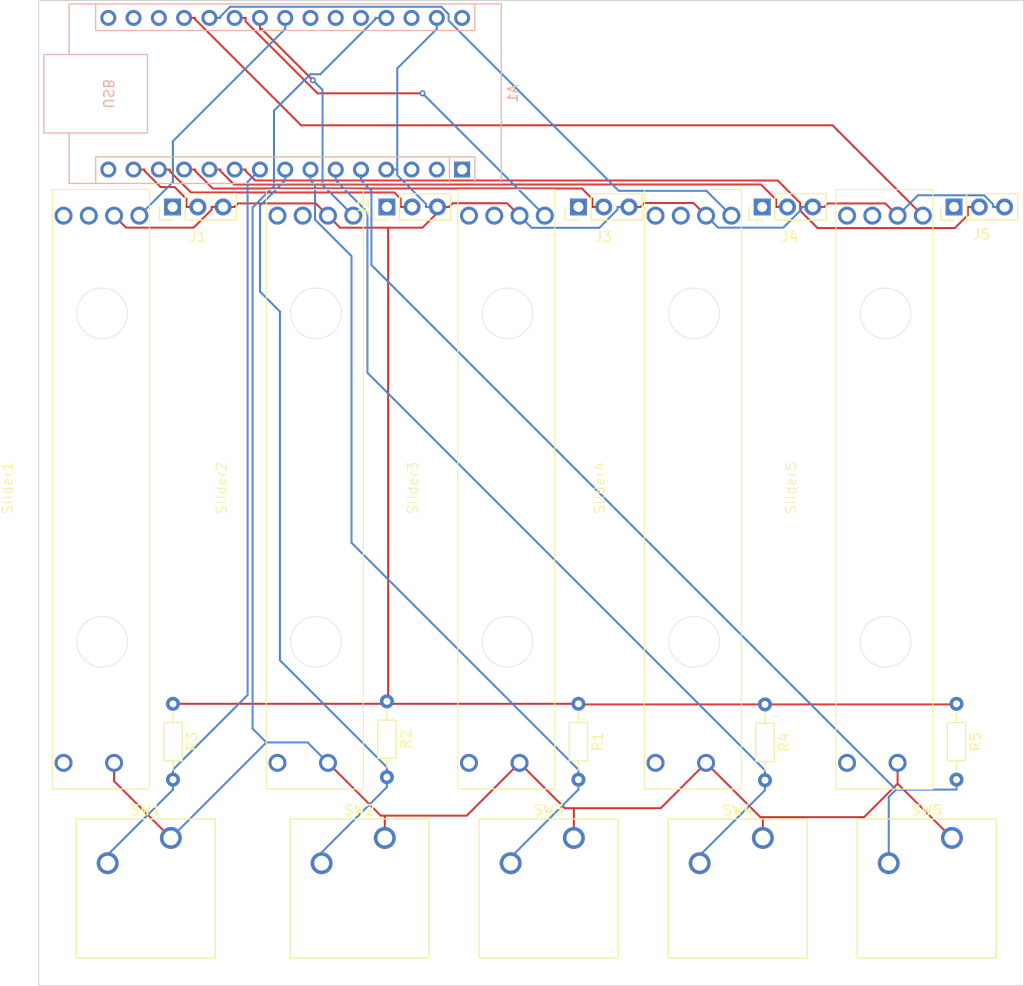
<source format=kicad_pcb>
(kicad_pcb (version 20240108) (generator "pcbnew") (generator_version "8.0")
  (layers (0 "F.Cu" signal) (31 "B.Cu" signal) (34 "B.Paste" user) (35 "F.Paste" user) (36 "B.SilkS" user "B.Silkscreen") (37 "F.SilkS" user "F.Silkscreen") (38 "B.Mask" user) (39 "F.Mask" user) (44 "Edge.Cuts" user))
  (net 0 "")
  (net 1 "Net-(A1-D4)")
  (net 2 "GND")
  (net 3 "Net-(A1-MOSI)")
  (net 4 "Net-(A1-A0)")
  (net 5 "Net-(A1-SDA{slash}A4)")
  (net 8 "+5V")
  (net 9 "Net-(A1-D5)")
  (net 11 "Net-(A1-D2)")
  (net 13 "Net-(A1-D7)")
  (net 14 "Net-(A1-A3)")
  (net 16 "Net-(A1-A1)")
  (net 21 "Net-(A1-D3)")
  (net 25 "Net-(A1-D8)")
  (net 26 "Net-(A1-D10)")
  (net 27 "Net-(A1-A2)")
  (net 28 "Net-(A1-D9)")
  (net 29 "Net-(A1-D6)")
  (footprint "Connector_PinHeader_2.54mm:PinHeader_1x03_P2.54mm_Vertical" (layer "F.Cu") (at 121.225 65 90)
    (property "Reference" "J4" (at -3 2.775 180) (layer "F.SilkS"))
    (property "Value" "Conn_01x03_Pin")
    (fp_line (start -1.33 -1.33) (end 0 -1.33) (stroke (width 0.12)) (layer "F.SilkS"))
    (fp_line (start -1.33 0) (end -1.33 -1.33) (stroke (width 0.12)) (layer "F.SilkS"))
    (fp_line (start 1.33 1.27) (end 1.33 6.41) (stroke (width 0.12)) (layer "F.SilkS"))
    (fp_line (start -1.33 1.27) (end 1.33 1.27) (stroke (width 0.12)) (layer "F.SilkS"))
    (fp_line (start -1.33 1.27) (end -1.33 6.41) (stroke (width 0.12)) (layer "F.SilkS"))
    (fp_line (start -1.33 6.41) (end 1.33 6.41) (stroke (width 0.12)) (layer "F.SilkS"))
    (pad "1" thru_hole rect (at 0 0 90) (size 1.7 1.7) (drill 1) (layers "*.Cu" "*.Mask"))
    (pad "2" thru_hole oval (at 0 2.54 90) (size 1.7 1.7) (drill 1) (layers "*.Cu" "*.Mask") (net 25 "Net-(A1-D8)"))
    (pad "3" thru_hole oval (at 0 5.08 90) (size 1.7 1.7) (drill 1) (layers "*.Cu" "*.Mask") (net 2 "GND"))
  )
  (footprint "Resistor_THT:R_Axial_DIN0204_L3.6mm_D1.6mm_P7.62mm_Horizontal" (layer "F.Cu") (at 83.5 114.69 -90)
    (property "Reference" "R2" (at 3.81 -1.92 90) (layer "F.SilkS"))
    (property "Value" "10K")
    (fp_line (start 1.89 0.92) (end 5.73 0.92) (stroke (width 0.12)) (layer "F.SilkS"))
    (fp_line (start 5.73 0.92) (end 5.73 -0.92) (stroke (width 0.12)) (layer "F.SilkS"))
    (fp_line (start 0.94 0) (end 1.89 0) (stroke (width 0.12)) (layer "F.SilkS"))
    (fp_line (start 6.68 0) (end 5.73 0) (stroke (width 0.12)) (layer "F.SilkS"))
    (fp_line (start 1.89 -0.92) (end 1.89 0.92) (stroke (width 0.12)) (layer "F.SilkS"))
    (fp_line (start 5.73 -0.92) (end 1.89 -0.92) (stroke (width 0.12)) (layer "F.SilkS"))
    (pad "1" thru_hole circle (at 0 0 270) (size 1.4 1.4) (drill 0.7) (layers "*.Cu" "*.Mask") (net 2 "GND"))
    (pad "2" thru_hole oval (at 7.62 0 270) (size 1.4 1.4) (drill 0.7) (layers "*.Cu" "*.Mask") (net 9 "Net-(A1-D5)"))
  )
  (footprint "Resistor_THT:R_Axial_DIN0204_L3.6mm_D1.6mm_P7.62mm_Horizontal" (layer "F.Cu") (at 140.75 114.94 -90)
    (property "Reference" "R5" (at 3.81 -1.92 90) (layer "F.SilkS"))
    (property "Value" "10K")
    (fp_line (start 1.89 0.92) (end 5.73 0.92) (stroke (width 0.12)) (layer "F.SilkS"))
    (fp_line (start 5.73 0.92) (end 5.73 -0.92) (stroke (width 0.12)) (layer "F.SilkS"))
    (fp_line (start 0.94 0) (end 1.89 0) (stroke (width 0.12)) (layer "F.SilkS"))
    (fp_line (start 6.68 0) (end 5.73 0) (stroke (width 0.12)) (layer "F.SilkS"))
    (fp_line (start 1.89 -0.92) (end 1.89 0.92) (stroke (width 0.12)) (layer "F.SilkS"))
    (fp_line (start 5.73 -0.92) (end 1.89 -0.92) (stroke (width 0.12)) (layer "F.SilkS"))
    (pad "1" thru_hole circle (at 0 0 270) (size 1.4 1.4) (drill 0.7) (layers "*.Cu" "*.Mask") (net 2 "GND"))
    (pad "2" thru_hole oval (at 7.62 0 270) (size 1.4 1.4) (drill 0.7) (layers "*.Cu" "*.Mask") (net 11 "Net-(A1-D2)"))
  )
  (footprint "Resistor_THT:R_Axial_DIN0204_L3.6mm_D1.6mm_P7.62mm_Horizontal" (layer "F.Cu") (at 62 114.94 -90)
    (property "Reference" "R3" (at 3.81 -1.92 90) (layer "F.SilkS"))
    (property "Value" "10K")
    (fp_line (start 1.89 0.92) (end 5.73 0.92) (stroke (width 0.12)) (layer "F.SilkS"))
    (fp_line (start 5.73 0.92) (end 5.73 -0.92) (stroke (width 0.12)) (layer "F.SilkS"))
    (fp_line (start 0.94 0) (end 1.89 0) (stroke (width 0.12)) (layer "F.SilkS"))
    (fp_line (start 6.68 0) (end 5.73 0) (stroke (width 0.12)) (layer "F.SilkS"))
    (fp_line (start 1.89 -0.92) (end 1.89 0.92) (stroke (width 0.12)) (layer "F.SilkS"))
    (fp_line (start 5.73 -0.92) (end 1.89 -0.92) (stroke (width 0.12)) (layer "F.SilkS"))
    (pad "1" thru_hole circle (at 0 0 270) (size 1.4 1.4) (drill 0.7) (layers "*.Cu" "*.Mask") (net 2 "GND"))
    (pad "2" thru_hole oval (at 7.62 0 270) (size 1.4 1.4) (drill 0.7) (layers "*.Cu" "*.Mask") (net 29 "Net-(A1-D6)"))
  )
  (footprint "Button_Switch_Keyboard:SW_Cherry_MX_1.00u_PCB" (layer "F.Cu") (at 121.29 128.42)
    (property "Reference" "SW4" (at -2.54 -2.794 0) (layer "F.SilkS"))
    (property "Value" "Button 4")
    (fp_line (start -9.525 -1.905) (end 4.445 -1.905) (stroke (width 0.12)) (layer "F.SilkS"))
    (fp_line (start -9.525 12.065) (end -9.525 -1.905) (stroke (width 0.12)) (layer "F.SilkS"))
    (fp_line (start 4.445 -1.905) (end 4.445 12.065) (stroke (width 0.12)) (layer "F.SilkS"))
    (fp_line (start 4.445 12.065) (end -9.525 12.065) (stroke (width 0.12)) (layer "F.SilkS"))
    (pad "" np_thru_hole circle (at -7.62 5.08) (size 1.7 1.7) (drill 1.7) (layers "*.Cu" "*.Mask"))
    (pad "" np_thru_hole circle (at -2.54 5.08) (size 4 4) (drill 4) (layers "*.Cu" "*.Mask"))
    (pad "" np_thru_hole circle (at 2.54 5.08) (size 1.7 1.7) (drill 1.7) (layers "*.Cu" "*.Mask"))
    (pad "1" thru_hole circle (at 0 0) (size 2.2 2.2) (drill 1.5) (layers "*.Cu" "*.Mask") (net 8 "+5V"))
    (pad "2" thru_hole circle (at -6.35 2.54) (size 2.2 2.2) (drill 1.5) (layers "*.Cu" "*.Mask") (net 21 "Net-(A1-D3)"))
  )
  (footprint "Button_Switch_Keyboard:SW_Cherry_MX_1.00u_PCB" (layer "F.Cu") (at 102.29 128.42)
    (property "Reference" "SW3" (at -2.54 -2.794 0) (layer "F.SilkS"))
    (property "Value" "Button 3")
    (fp_line (start -9.525 -1.905) (end 4.445 -1.905) (stroke (width 0.12)) (layer "F.SilkS"))
    (fp_line (start -9.525 12.065) (end -9.525 -1.905) (stroke (width 0.12)) (layer "F.SilkS"))
    (fp_line (start 4.445 -1.905) (end 4.445 12.065) (stroke (width 0.12)) (layer "F.SilkS"))
    (fp_line (start 4.445 12.065) (end -9.525 12.065) (stroke (width 0.12)) (layer "F.SilkS"))
    (pad "" np_thru_hole circle (at -7.62 5.08) (size 1.7 1.7) (drill 1.7) (layers "*.Cu" "*.Mask"))
    (pad "" np_thru_hole circle (at -2.54 5.08) (size 4 4) (drill 4) (layers "*.Cu" "*.Mask"))
    (pad "" np_thru_hole circle (at 2.54 5.08) (size 1.7 1.7) (drill 1.7) (layers "*.Cu" "*.Mask"))
    (pad "1" thru_hole circle (at 0 0) (size 2.2 2.2) (drill 1.5) (layers "*.Cu" "*.Mask") (net 8 "+5V"))
    (pad "2" thru_hole circle (at -6.35 2.54) (size 2.2 2.2) (drill 1.5) (layers "*.Cu" "*.Mask") (net 1 "Net-(A1-D4)"))
  )
  (footprint "custom_library:Custom Slide Potentiometer Double Linear 10K" (layer "F.Cu") (at 109.375 63.25)
    (property "Reference" "Slider4" (at -4.5 30 90) (layer "F.SilkS") (effects (font (thickness 0.1))))
    (property "Value" "~")
    (fp_rect (start 0 0) (end 9.75 60.25) (stroke (width 0.1)) (fill none) (layer "F.SilkS"))
    (fp_circle (center 5 12.450491) (end 2.5 12.950491) (stroke (width 0.05)) (fill none) (layer "Edge.Cuts"))
    (fp_circle (center 5 45.450491) (end 2.5 45.950491) (stroke (width 0.05)) (fill none) (layer "Edge.Cuts"))
    (pad "1" thru_hole circle (at 6.205 57.625) (size 1.8 1.8) (drill 1.2) (layers "*.Cu" "*.Mask") (net 8 "+5V"))
    (pad "2" thru_hole circle (at 6.205 2.625) (size 1.8 1.8) (drill 1.2) (layers "*.Cu" "*.Mask") (net 2 "GND"))
    (pad "3" thru_hole circle (at 8.745 2.625) (size 1.8 1.8) (drill 1.2) (layers "*.Cu" "*.Mask") (net 16 "Net-(A1-A1)"))
    (pad "4" thru_hole circle (at 1.125 2.625) (size 1.8 1.8) (drill 1.2) (layers "*.Cu" "*.Mask"))
    (pad "5" thru_hole circle (at 3.665 2.625) (size 1.8 1.8) (drill 1.2) (layers "*.Cu" "*.Mask"))
    (pad "6" thru_hole circle (at 1.125 57.625) (size 1.8 1.8) (drill 1.2) (layers "*.Cu" "*.Mask"))
  )
  (footprint "Button_Switch_Keyboard:SW_Cherry_MX_1.00u_PCB" (layer "F.Cu") (at 83.29 128.42)
    (property "Reference" "SW2" (at -2.54 -2.794 0) (layer "F.SilkS"))
    (property "Value" "Button 2")
    (fp_line (start -9.525 -1.905) (end 4.445 -1.905) (stroke (width 0.12)) (layer "F.SilkS"))
    (fp_line (start -9.525 12.065) (end -9.525 -1.905) (stroke (width 0.12)) (layer "F.SilkS"))
    (fp_line (start 4.445 -1.905) (end 4.445 12.065) (stroke (width 0.12)) (layer "F.SilkS"))
    (fp_line (start 4.445 12.065) (end -9.525 12.065) (stroke (width 0.12)) (layer "F.SilkS"))
    (pad "" np_thru_hole circle (at -7.62 5.08) (size 1.7 1.7) (drill 1.7) (layers "*.Cu" "*.Mask"))
    (pad "" np_thru_hole circle (at -2.54 5.08) (size 4 4) (drill 4) (layers "*.Cu" "*.Mask"))
    (pad "" np_thru_hole circle (at 2.54 5.08) (size 1.7 1.7) (drill 1.7) (layers "*.Cu" "*.Mask"))
    (pad "1" thru_hole circle (at 0 0) (size 2.2 2.2) (drill 1.5) (layers "*.Cu" "*.Mask") (net 8 "+5V"))
    (pad "2" thru_hole circle (at -6.35 2.54) (size 2.2 2.2) (drill 1.5) (layers "*.Cu" "*.Mask") (net 9 "Net-(A1-D5)"))
  )
  (footprint "Connector_PinHeader_2.54mm:PinHeader_1x03_P2.54mm_Vertical" (layer "F.Cu") (at 61.96 65 90)
    (property "Reference" "J1" (at -3 2.54 180) (layer "F.SilkS"))
    (property "Value" "Conn_01x03_Pin")
    (fp_line (start -1.33 -1.33) (end 0 -1.33) (stroke (width 0.12)) (layer "F.SilkS"))
    (fp_line (start -1.33 0) (end -1.33 -1.33) (stroke (width 0.12)) (layer "F.SilkS"))
    (fp_line (start 1.33 1.27) (end 1.33 6.41) (stroke (width 0.12)) (layer "F.SilkS"))
    (fp_line (start -1.33 1.27) (end 1.33 1.27) (stroke (width 0.12)) (layer "F.SilkS"))
    (fp_line (start -1.33 1.27) (end -1.33 6.41) (stroke (width 0.12)) (layer "F.SilkS"))
    (fp_line (start -1.33 6.41) (end 1.33 6.41) (stroke (width 0.12)) (layer "F.SilkS"))
    (pad "1" thru_hole rect (at 0 0 90) (size 1.7 1.7) (drill 1) (layers "*.Cu" "*.Mask"))
    (pad "2" thru_hole oval (at 0 2.54 90) (size 1.7 1.7) (drill 1) (layers "*.Cu" "*.Mask") (net 3 "Net-(A1-MOSI)"))
    (pad "3" thru_hole oval (at 0 5.08 90) (size 1.7 1.7) (drill 1) (layers "*.Cu" "*.Mask") (net 2 "GND"))
  )
  (footprint "Button_Switch_Keyboard:SW_Cherry_MX_1.00u_PCB" (layer "F.Cu") (at 61.79 128.42)
    (property "Reference" "SW1" (at -2.54 -2.794 0) (layer "F.SilkS"))
    (property "Value" "Button 1")
    (fp_line (start -9.525 -1.905) (end 4.445 -1.905) (stroke (width 0.12)) (layer "F.SilkS"))
    (fp_line (start -9.525 12.065) (end -9.525 -1.905) (stroke (width 0.12)) (layer "F.SilkS"))
    (fp_line (start 4.445 -1.905) (end 4.445 12.065) (stroke (width 0.12)) (layer "F.SilkS"))
    (fp_line (start 4.445 12.065) (end -9.525 12.065) (stroke (width 0.12)) (layer "F.SilkS"))
    (pad "" np_thru_hole circle (at -7.62 5.08) (size 1.7 1.7) (drill 1.7) (layers "*.Cu" "*.Mask"))
    (pad "" np_thru_hole circle (at -2.54 5.08) (size 4 4) (drill 4) (layers "*.Cu" "*.Mask"))
    (pad "" np_thru_hole circle (at 2.54 5.08) (size 1.7 1.7) (drill 1.7) (layers "*.Cu" "*.Mask"))
    (pad "1" thru_hole circle (at 0 0) (size 2.2 2.2) (drill 1.5) (layers "*.Cu" "*.Mask") (net 8 "+5V"))
    (pad "2" thru_hole circle (at -6.35 2.54) (size 2.2 2.2) (drill 1.5) (layers "*.Cu" "*.Mask") (net 29 "Net-(A1-D6)"))
  )
  (footprint "Connector_PinHeader_2.54mm:PinHeader_1x03_P2.54mm_Vertical" (layer "F.Cu") (at 140.5 65 90)
    (property "Reference" "J5" (at -2.75 2.75 180) (layer "F.SilkS"))
    (property "Value" "Conn_01x03_Pin")
    (fp_line (start -1.33 -1.33) (end 0 -1.33) (stroke (width 0.12)) (layer "F.SilkS"))
    (fp_line (start -1.33 0) (end -1.33 -1.33) (stroke (width 0.12)) (layer "F.SilkS"))
    (fp_line (start 1.33 1.27) (end 1.33 6.41) (stroke (width 0.12)) (layer "F.SilkS"))
    (fp_line (start -1.33 1.27) (end 1.33 1.27) (stroke (width 0.12)) (layer "F.SilkS"))
    (fp_line (start -1.33 1.27) (end -1.33 6.41) (stroke (width 0.12)) (layer "F.SilkS"))
    (fp_line (start -1.33 6.41) (end 1.33 6.41) (stroke (width 0.12)) (layer "F.SilkS"))
    (pad "1" thru_hole rect (at 0 0 90) (size 1.7 1.7) (drill 1) (layers "*.Cu" "*.Mask"))
    (pad "2" thru_hole oval (at 0 2.54 90) (size 1.7 1.7) (drill 1) (layers "*.Cu" "*.Mask") (net 13 "Net-(A1-D7)"))
    (pad "3" thru_hole oval (at 0 5.08 90) (size 1.7 1.7) (drill 1) (layers "*.Cu" "*.Mask") (net 2 "GND"))
  )
  (footprint "custom_library:Custom Slide Potentiometer Double Linear 10K" (layer "F.Cu") (at 49.875 63.25)
    (property "Reference" "Slider1" (at -4.5 30 90) (layer "F.SilkS") (effects (font (thickness 0.1))))
    (property "Value" "~")
    (fp_rect (start 0 0) (end 9.75 60.25) (stroke (width 0.1)) (fill none) (layer "F.SilkS"))
    (fp_circle (center 5 12.450491) (end 2.5 12.950491) (stroke (width 0.05)) (fill none) (layer "Edge.Cuts"))
    (fp_circle (center 5 45.450491) (end 2.5 45.950491) (stroke (width 0.05)) (fill none) (layer "Edge.Cuts"))
    (pad "1" thru_hole circle (at 6.205 57.625) (size 1.8 1.8) (drill 1.2) (layers "*.Cu" "*.Mask") (net 8 "+5V"))
    (pad "2" thru_hole circle (at 6.205 2.625) (size 1.8 1.8) (drill 1.2) (layers "*.Cu" "*.Mask") (net 2 "GND"))
    (pad "3" thru_hole circle (at 8.745 2.625) (size 1.8 1.8) (drill 1.2) (layers "*.Cu" "*.Mask") (net 5 "Net-(A1-SDA{slash}A4)"))
    (pad "4" thru_hole circle (at 1.125 2.625) (size 1.8 1.8) (drill 1.2) (layers "*.Cu" "*.Mask"))
    (pad "5" thru_hole circle (at 3.665 2.625) (size 1.8 1.8) (drill 1.2) (layers "*.Cu" "*.Mask"))
    (pad "6" thru_hole circle (at 1.125 57.625) (size 1.8 1.8) (drill 1.2) (layers "*.Cu" "*.Mask"))
  )
  (footprint "Connector_PinHeader_2.54mm:PinHeader_1x03_P2.54mm_Vertical" (layer "F.Cu") (at 102.75 65 90)
    (property "Reference" "J3" (at -3 2.5 180) (layer "F.SilkS"))
    (property "Value" "Conn_01x03_Pin")
    (fp_line (start -1.33 -1.33) (end 0 -1.33) (stroke (width 0.12)) (layer "F.SilkS"))
    (fp_line (start -1.33 0) (end -1.33 -1.33) (stroke (width 0.12)) (layer "F.SilkS"))
    (fp_line (start 1.33 1.27) (end 1.33 6.41) (stroke (width 0.12)) (layer "F.SilkS"))
    (fp_line (start -1.33 1.27) (end 1.33 1.27) (stroke (width 0.12)) (layer "F.SilkS"))
    (fp_line (start -1.33 1.27) (end -1.33 6.41) (stroke (width 0.12)) (layer "F.SilkS"))
    (fp_line (start -1.33 6.41) (end 1.33 6.41) (stroke (width 0.12)) (layer "F.SilkS"))
    (pad "1" thru_hole rect (at 0 0 90) (size 1.7 1.7) (drill 1) (layers "*.Cu" "*.Mask"))
    (pad "2" thru_hole oval (at 0 2.54 90) (size 1.7 1.7) (drill 1) (layers "*.Cu" "*.Mask") (net 28 "Net-(A1-D9)"))
    (pad "3" thru_hole oval (at 0 5.08 90) (size 1.7 1.7) (drill 1) (layers "*.Cu" "*.Mask") (net 2 "GND"))
  )
  (footprint "custom_library:Custom Slide Potentiometer Double Linear 10K" (layer "F.Cu") (at 90.625 63.25)
    (property "Reference" "Slider3" (at -4.5 30 90) (layer "F.SilkS") (effects (font (thickness 0.1))))
    (property "Value" "~")
    (fp_rect (start 0 0) (end 9.75 60.25) (stroke (width 0.1)) (fill none) (layer "F.SilkS"))
    (fp_circle (center 5 12.450491) (end 2.5 12.950491) (stroke (width 0.05)) (fill none) (layer "Edge.Cuts"))
    (fp_circle (center 5 45.450491) (end 2.5 45.950491) (stroke (width 0.05)) (fill none) (layer "Edge.Cuts"))
    (pad "1" thru_hole circle (at 6.205 57.625) (size 1.8 1.8) (drill 1.2) (layers "*.Cu" "*.Mask") (net 8 "+5V"))
    (pad "2" thru_hole circle (at 6.205 2.625) (size 1.8 1.8) (drill 1.2) (layers "*.Cu" "*.Mask") (net 2 "GND"))
    (pad "3" thru_hole circle (at 8.745 2.625) (size 1.8 1.8) (drill 1.2) (layers "*.Cu" "*.Mask") (net 27 "Net-(A1-A2)"))
    (pad "4" thru_hole circle (at 1.125 2.625) (size 1.8 1.8) (drill 1.2) (layers "*.Cu" "*.Mask"))
    (pad "5" thru_hole circle (at 3.665 2.625) (size 1.8 1.8) (drill 1.2) (layers "*.Cu" "*.Mask"))
    (pad "6" thru_hole circle (at 1.125 57.625) (size 1.8 1.8) (drill 1.2) (layers "*.Cu" "*.Mask"))
  )
  (footprint "Resistor_THT:R_Axial_DIN0204_L3.6mm_D1.6mm_P7.62mm_Horizontal" (layer "F.Cu") (at 121.5 115 -90)
    (property "Reference" "R4" (at 3.81 -1.92 90) (layer "F.SilkS"))
    (property "Value" "10K")
    (fp_line (start 1.89 0.92) (end 5.73 0.92) (stroke (width 0.12)) (layer "F.SilkS"))
    (fp_line (start 5.73 0.92) (end 5.73 -0.92) (stroke (width 0.12)) (layer "F.SilkS"))
    (fp_line (start 0.94 0) (end 1.89 0) (stroke (width 0.12)) (layer "F.SilkS"))
    (fp_line (start 6.68 0) (end 5.73 0) (stroke (width 0.12)) (layer "F.SilkS"))
    (fp_line (start 1.89 -0.92) (end 1.89 0.92) (stroke (width 0.12)) (layer "F.SilkS"))
    (fp_line (start 5.73 -0.92) (end 1.89 -0.92) (stroke (width 0.12)) (layer "F.SilkS"))
    (pad "1" thru_hole circle (at 0 0 270) (size 1.4 1.4) (drill 0.7) (layers "*.Cu" "*.Mask") (net 2 "GND"))
    (pad "2" thru_hole oval (at 7.62 0 270) (size 1.4 1.4) (drill 0.7) (layers "*.Cu" "*.Mask") (net 21 "Net-(A1-D3)"))
  )
  (footprint "custom_library:Custom Slide Potentiometer Double Linear 10K" (layer "F.Cu") (at 71.375 63.25)
    (property "Reference" "Slider2" (at -4.5 30 90) (layer "F.SilkS") (effects (font (thickness 0.1))))
    (property "Value" "~")
    (fp_rect (start 0 0) (end 9.75 60.25) (stroke (width 0.1)) (fill none) (layer "F.SilkS"))
    (fp_circle (center 5 12.450491) (end 2.5 12.950491) (stroke (width 0.05)) (fill none) (layer "Edge.Cuts"))
    (fp_circle (center 5 45.450491) (end 2.5 45.950491) (stroke (width 0.05)) (fill none) (layer "Edge.Cuts"))
    (pad "1" thru_hole circle (at 6.205 57.625) (size 1.8 1.8) (drill 1.2) (layers "*.Cu" "*.Mask") (net 8 "+5V"))
    (pad "2" thru_hole circle (at 6.205 2.625) (size 1.8 1.8) (drill 1.2) (layers "*.Cu" "*.Mask") (net 2 "GND"))
    (pad "3" thru_hole circle (at 8.745 2.625) (size 1.8 1.8) (drill 1.2) (layers "*.Cu" "*.Mask") (net 14 "Net-(A1-A3)"))
    (pad "4" thru_hole circle (at 1.125 2.625) (size 1.8 1.8) (drill 1.2) (layers "*.Cu" "*.Mask"))
    (pad "5" thru_hole circle (at 3.665 2.625) (size 1.8 1.8) (drill 1.2) (layers "*.Cu" "*.Mask"))
    (pad "6" thru_hole circle (at 1.125 57.625) (size 1.8 1.8) (drill 1.2) (layers "*.Cu" "*.Mask"))
  )
  (footprint "Button_Switch_Keyboard:SW_Cherry_MX_1.00u_PCB" (layer "F.Cu") (at 140.29 128.42)
    (property "Reference" "SW5" (at -2.54 -2.794 0) (layer "F.SilkS"))
    (property "Value" "Button 5")
    (fp_line (start -9.525 -1.905) (end 4.445 -1.905) (stroke (width 0.12)) (layer "F.SilkS"))
    (fp_line (start -9.525 12.065) (end -9.525 -1.905) (stroke (width 0.12)) (layer "F.SilkS"))
    (fp_line (start 4.445 -1.905) (end 4.445 12.065) (stroke (width 0.12)) (layer "F.SilkS"))
    (fp_line (start 4.445 12.065) (end -9.525 12.065) (stroke (width 0.12)) (layer "F.SilkS"))
    (pad "" np_thru_hole circle (at -7.62 5.08) (size 1.7 1.7) (drill 1.7) (layers "*.Cu" "*.Mask"))
    (pad "" np_thru_hole circle (at -2.54 5.08) (size 4 4) (drill 4) (layers "*.Cu" "*.Mask"))
    (pad "" np_thru_hole circle (at 2.54 5.08) (size 1.7 1.7) (drill 1.7) (layers "*.Cu" "*.Mask"))
    (pad "1" thru_hole circle (at 0 0) (size 2.2 2.2) (drill 1.5) (layers "*.Cu" "*.Mask") (net 8 "+5V"))
    (pad "2" thru_hole circle (at -6.35 2.54) (size 2.2 2.2) (drill 1.5) (layers "*.Cu" "*.Mask") (net 11 "Net-(A1-D2)"))
  )
  (footprint "Resistor_THT:R_Axial_DIN0204_L3.6mm_D1.6mm_P7.62mm_Horizontal" (layer "F.Cu") (at 102.75 114.94 -90)
    (property "Reference" "R1" (at 3.81 -1.92 90) (layer "F.SilkS"))
    (property "Value" "10K")
    (fp_line (start 1.89 0.92) (end 5.73 0.92) (stroke (width 0.12)) (layer "F.SilkS"))
    (fp_line (start 5.73 0.92) (end 5.73 -0.92) (stroke (width 0.12)) (layer "F.SilkS"))
    (fp_line (start 0.94 0) (end 1.89 0) (stroke (width 0.12)) (layer "F.SilkS"))
    (fp_line (start 6.68 0) (end 5.73 0) (stroke (width 0.12)) (layer "F.SilkS"))
    (fp_line (start 1.89 -0.92) (end 1.89 0.92) (stroke (width 0.12)) (layer "F.SilkS"))
    (fp_line (start 5.73 -0.92) (end 1.89 -0.92) (stroke (width 0.12)) (layer "F.SilkS"))
    (pad "1" thru_hole circle (at 0 0 270) (size 1.4 1.4) (drill 0.7) (layers "*.Cu" "*.Mask") (net 2 "GND"))
    (pad "2" thru_hole oval (at 7.62 0 270) (size 1.4 1.4) (drill 0.7) (layers "*.Cu" "*.Mask") (net 1 "Net-(A1-D4)"))
  )
  (footprint "custom_library:Custom Slide Potentiometer Double Linear 10K" (layer "F.Cu") (at 128.625 63.25)
    (property "Reference" "Slider5" (at -4.5 30 90) (layer "F.SilkS") (effects (font (thickness 0.1))))
    (property "Value" "~")
    (fp_rect (start 0 0) (end 9.75 60.25) (stroke (width 0.1)) (fill none) (layer "F.SilkS"))
    (fp_circle (center 5 12.450491) (end 2.5 12.950491) (stroke (width 0.05)) (fill none) (layer "Edge.Cuts"))
    (fp_circle (center 5 45.450491) (end 2.5 45.950491) (stroke (width 0.05)) (fill none) (layer "Edge.Cuts"))
    (pad "1" thru_hole circle (at 6.205 57.625) (size 1.8 1.8) (drill 1.2) (layers "*.Cu" "*.Mask") (net 8 "+5V"))
    (pad "2" thru_hole circle (at 6.205 2.625) (size 1.8 1.8) (drill 1.2) (layers "*.Cu" "*.Mask") (net 2 "GND"))
    (pad "3" thru_hole circle (at 8.745 2.625) (size 1.8 1.8) (drill 1.2) (layers "*.Cu" "*.Mask") (net 4 "Net-(A1-A0)"))
    (pad "4" thru_hole circle (at 1.125 2.625) (size 1.8 1.8) (drill 1.2) (layers "*.Cu" "*.Mask"))
    (pad "5" thru_hole circle (at 3.665 2.625) (size 1.8 1.8) (drill 1.2) (layers "*.Cu" "*.Mask"))
    (pad "6" thru_hole circle (at 1.125 57.625) (size 1.8 1.8) (drill 1.2) (layers "*.Cu" "*.Mask"))
  )
  (footprint "Connector_PinHeader_2.54mm:PinHeader_1x03_P2.54mm_Vertical" (layer "F.Cu") (at 83.5 65 90)
    (property "Reference" "J2" (at 0 -2.33 90) (layer "F.SilkS"))
    (property "Value" "Conn_01x03_Pin")
    (fp_line (start -1.33 -1.33) (end 0 -1.33) (stroke (width 0.12)) (layer "F.SilkS"))
    (fp_line (start -1.33 0) (end -1.33 -1.33) (stroke (width 0.12)) (layer "F.SilkS"))
    (fp_line (start 1.33 1.27) (end 1.33 6.41) (stroke (width 0.12)) (layer "F.SilkS"))
    (fp_line (start -1.33 1.27) (end 1.33 1.27) (stroke (width 0.12)) (layer "F.SilkS"))
    (fp_line (start -1.33 1.27) (end -1.33 6.41) (stroke (width 0.12)) (layer "F.SilkS"))
    (fp_line (start -1.33 6.41) (end 1.33 6.41) (stroke (width 0.12)) (layer "F.SilkS"))
    (pad "1" thru_hole rect (at 0 0 90) (size 1.7 1.7) (drill 1) (layers "*.Cu" "*.Mask"))
    (pad "2" thru_hole oval (at 0 2.54 90) (size 1.7 1.7) (drill 1) (layers "*.Cu" "*.Mask") (net 26 "Net-(A1-D10)"))
    (pad "3" thru_hole oval (at 0 5.08 90) (size 1.7 1.7) (drill 1) (layers "*.Cu" "*.Mask") (net 2 "GND"))
  )
  (footprint "Module:Arduino_Nano" (layer "B.Cu") (at 91.06 61.24 90)
    (property "Reference" "A1" (at 7.62 5.08 90) (layer "B.SilkS") (effects (justify mirror)))
    (property "Value" "Arduino_Nano_Every")
    (fp_line (start 11.56 -42.04) (end 11.56 -31.62) (stroke (width 0.12)) (layer "B.SilkS"))
    (fp_line (start 3.68 -42.04) (end 11.56 -42.04) (stroke (width 0.12)) (layer "B.SilkS"))
    (fp_line (start 11.56 -39.5) (end 16.64 -39.5) (stroke (width 0.12)) (layer "B.SilkS"))
    (fp_line (start 3.68 -39.5) (end -1.4 -39.5) (stroke (width 0.12)) (layer "B.SilkS"))
    (fp_line (start -1.4 -39.5) (end -1.4 -1.27) (stroke (width 0.12)) (layer "B.SilkS"))
    (fp_line (start 16.64 -36.83) (end 13.97 -36.83) (stroke (width 0.12)) (layer "B.SilkS"))
    (fp_line (start 13.97 -36.83) (end 13.97 1.27) (stroke (width 0.12)) (layer "B.SilkS"))
    (fp_line (start 1.27 -36.83) (end 1.27 -1.27) (stroke (width 0.12)) (layer "B.SilkS"))
    (fp_line (start -1.4 -36.83) (end 1.27 -36.83) (stroke (width 0.12)) (layer "B.SilkS"))
    (fp_line (start 11.56 -31.62) (end 3.68 -31.62) (stroke (width 0.12)) (layer "B.SilkS"))
    (fp_line (start 3.68 -31.62) (end 3.68 -42.04) (stroke (width 0.12)) (layer "B.SilkS"))
    (fp_line (start -1.4 -1.27) (end 1.27 -1.27) (stroke (width 0.12)) (layer "B.SilkS"))
    (fp_line (start 16.64 1.27) (end 13.97 1.27) (stroke (width 0.12)) (layer "B.SilkS"))
    (fp_line (start 1.27 1.27) (end 1.27 -1.27) (stroke (width 0.12)) (layer "B.SilkS"))
    (fp_line (start -1.4 1.27) (end 1.27 1.27) (stroke (width 0.12)) (layer "B.SilkS"))
    (fp_line (start -1.4 1.27) (end -1.4 3.94) (stroke (width 0.12)) (layer "B.SilkS"))
    (fp_line (start 16.64 3.94) (end 16.64 -39.5) (stroke (width 0.12)) (layer "B.SilkS"))
    (fp_line (start -1.4 3.94) (end 16.64 3.94) (stroke (width 0.12)) (layer "B.SilkS"))
    (fp_text user "USB" (at 7.62 -35.56 -90) (layer "B.SilkS") (effects (justify mirror)))
    (pad "1" thru_hole rect (at 0 0 90) (size 1.6 1.6) (drill 1) (layers "*.Cu" "*.Mask"))
    (pad "2" thru_hole oval (at 0 -2.54 90) (size 1.6 1.6) (drill 1) (layers "*.Cu" "*.Mask"))
    (pad "3" thru_hole oval (at 0 -5.08 90) (size 1.6 1.6) (drill 1) (layers "*.Cu" "*.Mask"))
    (pad "4" thru_hole oval (at 0 -7.62 90) (size 1.6 1.6) (drill 1) (layers "*.Cu" "*.Mask") (net 2 "GND"))
    (pad "5" thru_hole oval (at 0 -10.16 90) (size 1.6 1.6) (drill 1) (layers "*.Cu" "*.Mask") (net 11 "Net-(A1-D2)"))
    (pad "6" thru_hole oval (at 0 -12.7 90) (size 1.6 1.6) (drill 1) (layers "*.Cu" "*.Mask") (net 21 "Net-(A1-D3)"))
    (pad "7" thru_hole oval (at 0 -15.24 90) (size 1.6 1.6) (drill 1) (layers "*.Cu" "*.Mask") (net 1 "Net-(A1-D4)"))
    (pad "8" thru_hole oval (at 0 -17.78 90) (size 1.6 1.6) (drill 1) (layers "*.Cu" "*.Mask") (net 9 "Net-(A1-D5)"))
    (pad "9" thru_hole oval (at 0 -20.32 90) (size 1.6 1.6) (drill 1) (layers "*.Cu" "*.Mask") (net 29 "Net-(A1-D6)"))
    (pad "10" thru_hole oval (at 0 -22.86 90) (size 1.6 1.6) (drill 1) (layers "*.Cu" "*.Mask") (net 13 "Net-(A1-D7)"))
    (pad "11" thru_hole oval (at 0 -25.4 90) (size 1.6 1.6) (drill 1) (layers "*.Cu" "*.Mask") (net 25 "Net-(A1-D8)"))
    (pad "12" thru_hole oval (at 0 -27.94 90) (size 1.6 1.6) (drill 1) (layers "*.Cu" "*.Mask") (net 28 "Net-(A1-D9)"))
    (pad "13" thru_hole oval (at 0 -30.48 90) (size 1.6 1.6) (drill 1) (layers "*.Cu" "*.Mask") (net 26 "Net-(A1-D10)"))
    (pad "14" thru_hole oval (at 0 -33.02 90) (size 1.6 1.6) (drill 1) (layers "*.Cu" "*.Mask") (net 3 "Net-(A1-MOSI)"))
    (pad "15" thru_hole oval (at 0 -35.56 90) (size 1.6 1.6) (drill 1) (layers "*.Cu" "*.Mask"))
    (pad "16" thru_hole oval (at 15.24 -35.56 90) (size 1.6 1.6) (drill 1) (layers "*.Cu" "*.Mask"))
    (pad "17" thru_hole oval (at 15.24 -33.02 90) (size 1.6 1.6) (drill 1) (layers "*.Cu" "*.Mask"))
    (pad "18" thru_hole oval (at 15.24 -30.48 90) (size 1.6 1.6) (drill 1) (layers "*.Cu" "*.Mask"))
    (pad "19" thru_hole oval (at 15.24 -27.94 90) (size 1.6 1.6) (drill 1) (layers "*.Cu" "*.Mask") (net 4 "Net-(A1-A0)"))
    (pad "20" thru_hole oval (at 15.24 -25.4 90) (size 1.6 1.6) (drill 1) (layers "*.Cu" "*.Mask") (net 16 "Net-(A1-A1)"))
    (pad "21" thru_hole oval (at 15.24 -22.86 90) (size 1.6 1.6) (drill 1) (layers "*.Cu" "*.Mask") (net 27 "Net-(A1-A2)"))
    (pad "22" thru_hole oval (at 15.24 -20.32 90) (size 1.6 1.6) (drill 1) (layers "*.Cu" "*.Mask") (net 14 "Net-(A1-A3)"))
    (pad "23" thru_hole oval (at 15.24 -17.78 90) (size 1.6 1.6) (drill 1) (layers "*.Cu" "*.Mask") (net 5 "Net-(A1-SDA{slash}A4)"))
    (pad "24" thru_hole oval (at 15.24 -15.24 90) (size 1.6 1.6) (drill 1) (layers "*.Cu" "*.Mask"))
    (pad "25" thru_hole oval (at 15.24 -12.7 90) (size 1.6 1.6) (drill 1) (layers "*.Cu" "*.Mask"))
    (pad "26" thru_hole oval (at 15.24 -10.16 90) (size 1.6 1.6) (drill 1) (layers "*.Cu" "*.Mask"))
    (pad "27" thru_hole oval (at 15.24 -7.62 90) (size 1.6 1.6) (drill 1) (layers "*.Cu" "*.Mask") (net 8 "+5V"))
    (pad "28" thru_hole oval (at 15.24 -5.08 90) (size 1.6 1.6) (drill 1) (layers "*.Cu" "*.Mask"))
    (pad "29" thru_hole oval (at 15.24 -2.54 90) (size 1.6 1.6) (drill 1) (layers "*.Cu" "*.Mask") (net 2 "GND"))
    (pad "30" thru_hole oval (at 15.24 0 90) (size 1.6 1.6) (drill 1) (layers "*.Cu" "*.Mask"))
  )
  (gr_rect (start 48.5 44.25) (end 147.5 143.25) (stroke (width 0.1)) (fill none) (layer "Edge.Cuts"))
  (segment (start 75.82 62.3417) (end 76.2767 62.7984) (width 0.2) (layer "B.Cu") (net 1))
  (segment (start 102.75 122.56) (end 102.75 121.5583) (width 0.2) (layer "B.Cu") (net 1))
  (segment (start 76.2767 62.7984) (end 76.2767 66.28) (width 0.2) (layer "B.Cu") (net 1))
  (segment (start 79.9451 98.7534) (end 102.75 121.5583) (width 0.2) (layer "B.Cu") (net 1))
  (segment (start 76.2767 66.28) (end 79.9451 69.9484) (width 0.2) (layer "B.Cu") (net 1))
  (segment (start 95.94 130.96) (end 95.94 130.3717) (width 0.2) (layer "B.Cu") (net 1))
  (segment (start 102.75 123.0608) (end 102.75 123.5617) (width 0.2) (layer "B.Cu") (net 1))
  (segment (start 79.9451 69.9484) (end 79.9451 98.7534) (width 0.2) (layer "B.Cu") (net 1))
  (segment (start 75.82 61.24) (end 75.82 62.3417) (width 0.2) (layer "B.Cu") (net 1))
  (segment (start 95.94 130.3717) (end 102.75 123.5617) (width 0.2) (layer "B.Cu") (net 1))
  (segment (start 102.75 123.0608) (end 102.75 122.56) (width 0.2) (layer "B.Cu") (net 1))
  (segment (start 83.625 114.69) (end 83.625 67.0841) (width 0.2) (layer "F.Cu") (net 2))
  (segment (start 68.548 64.6437) (end 68.1917 65) (width 0.2) (layer "F.Cu") (net 2))
  (segment (start 83.625 114.69) (end 83.5 114.69) (width 0.2) (layer "F.Cu") (net 2))
  (segment (start 89.1559 65) (end 87.0718 67.0841) (width 0.2) (layer "F.Cu") (net 2))
  (segment (start 77.58 65.875) (end 76.3487 64.6437) (width 0.2) (layer "F.Cu") (net 2))
  (segment (start 109.3805 64.6012) (end 108.9817 65) (width 0.2) (layer "F.Cu") (net 2))
  (segment (start 88.58 65) (end 89.1559 65) (width 0.2) (layer "F.Cu") (net 2))
  (segment (start 65.8883 65.2685) (end 65.8883 65) (width 0.2) (layer "F.Cu") (net 2))
  (segment (start 87.0718 67.0841) (end 83.625 67.0841) (width 0.2) (layer "F.Cu") (net 2))
  (segment (start 107.83 65) (end 108.9817 65) (width 0.2) (layer "F.Cu") (net 2))
  (segment (start 102.81 115) (end 102.75 114.94) (width 0.2) (layer "F.Cu") (net 2))
  (segment (start 83.5 114.69) (end 83.25 114.94) (width 0.2) (layer "F.Cu") (net 2))
  (segment (start 67.04 65) (end 68.1917 65) (width 0.2) (layer "F.Cu") (net 2))
  (segment (start 114.3062 64.6012) (end 109.3805 64.6012) (width 0.2) (layer "F.Cu") (net 2))
  (segment (start 89.1559 65) (end 89.7317 65) (width 0.2) (layer "F.Cu") (net 2))
  (segment (start 121.5 115) (end 102.81 115) (width 0.2) (layer "F.Cu") (net 2))
  (segment (start 115.58 65.875) (end 114.3062 64.6012) (width 0.2) (layer "F.Cu") (net 2))
  (segment (start 67.04 65) (end 65.8883 65) (width 0.2) (layer "F.Cu") (net 2))
  (segment (start 83.875 114.94) (end 83.625 114.69) (width 0.2) (layer "F.Cu") (net 2))
  (segment (start 64.0763 67.0805) (end 65.8883 65.2685) (width 0.2) (layer "F.Cu") (net 2))
  (segment (start 95.5822 64.6272) (end 96.83 65.875) (width 0.2) (layer "F.Cu") (net 2))
  (segment (start 102.75 114.94) (end 83.875 114.94) (width 0.2) (layer "F.Cu") (net 2))
  (segment (start 126.305 65) (end 127.4567 65) (width 0.2) (layer "F.Cu") (net 2))
  (segment (start 140.75 114.94) (end 140.69 115) (width 0.2) (layer "F.Cu") (net 2))
  (segment (start 90.1045 64.6272) (end 95.5822 64.6272) (width 0.2) (layer "F.Cu") (net 2))
  (segment (start 83.25 114.94) (end 62 114.94) (width 0.2) (layer "F.Cu") (net 2))
  (segment (start 78.7891 67.0841) (end 77.58 65.875) (width 0.2) (layer "F.Cu") (net 2))
  (segment (start 76.3487 64.6437) (end 68.548 64.6437) (width 0.2) (layer "F.Cu") (net 2))
  (segment (start 83.625 67.0841) (end 78.7891 67.0841) (width 0.2) (layer "F.Cu") (net 2))
  (segment (start 140.69 115) (end 121.5 115) (width 0.2) (layer "F.Cu") (net 2))
  (segment (start 56.08 65.875) (end 57.2855 67.0805) (width 0.2) (layer "F.Cu") (net 2))
  (segment (start 133.6009 64.6459) (end 134.83 65.875) (width 0.2) (layer "F.Cu") (net 2))
  (segment (start 127.8108 64.6459) (end 133.6009 64.6459) (width 0.2) (layer "F.Cu") (net 2))
  (segment (start 89.7317 65) (end 90.1045 64.6272) (width 0.2) (layer "F.Cu") (net 2))
  (segment (start 127.4567 65) (end 127.8108 64.6459) (width 0.2) (layer "F.Cu") (net 2))
  (segment (start 57.2855 67.0805) (end 64.0763 67.0805) (width 0.2) (layer "F.Cu") (net 2))
  (segment (start 106.6783 65.2685) (end 106.6783 65) (width 0.2) (layer "B.Cu") (net 2))
  (segment (start 134.83 65.875) (end 136.8788 63.8262) (width 0.2) (layer "B.Cu") (net 2))
  (segment (start 143.523 63.8262) (end 144.4283 64.7315) (width 0.2) (layer "B.Cu") (net 2))
  (segment (start 126.305 65) (end 125.1533 65) (width 0.2) (layer "B.Cu") (net 2))
  (segment (start 104.8504 67.0964) (end 106.6783 65.2685) (width 0.2) (layer "B.Cu") (net 2))
  (segment (start 87.4283 64.696) (end 87.4283 65) (width 0.2) (layer "B.Cu") (net 2))
  (segment (start 84.5417 61.24) (end 84.5417 61.8094) (width 0.2) (layer "B.Cu") (net 2))
  (segment (start 145.58 65) (end 144.4283 65) (width 0.2) (layer "B.Cu") (net 2))
  (segment (start 84.5417 51.08) (end 84.5417 61.24) (width 0.2) (layer "B.Cu") (net 2))
  (segment (start 84.5417 61.8094) (end 87.4283 64.696) (width 0.2) (layer "B.Cu") (net 2))
  (segment (start 115.58 65.875) (end 116.7851 67.0801) (width 0.2) (layer "B.Cu") (net 2))
  (segment (start 107.83 65) (end 106.6783 65) (width 0.2) (layer "B.Cu") (net 2))
  (segment (start 144.4283 64.7315) (end 144.4283 65) (width 0.2) (layer "B.Cu") (net 2))
  (segment (start 125.1533 65.2685) (end 125.1533 65) (width 0.2) (layer "B.Cu") (net 2))
  (segment (start 83.44 61.24) (end 84.5417 61.24) (width 0.2) (layer "B.Cu") (net 2))
  (segment (start 98.0514 67.0964) (end 104.8504 67.0964) (width 0.2) (layer "B.Cu") (net 2))
  (segment (start 88.52 47.1017) (end 84.5417 51.08) (width 0.2) (layer "B.Cu") (net 2))
  (segment (start 88.52 46) (end 88.52 47.1017) (width 0.2) (layer "B.Cu") (net 2))
  (segment (start 123.3417 67.0801) (end 125.1533 65.2685) (width 0.2) (layer "B.Cu") (net 2))
  (segment (start 136.8788 63.8262) (end 143.523 63.8262) (width 0.2) (layer "B.Cu") (net 2))
  (segment (start 116.7851 67.0801) (end 123.3417 67.0801) (width 0.2) (layer "B.Cu") (net 2))
  (segment (start 88.58 65) (end 87.4283 65) (width 0.2) (layer "B.Cu") (net 2))
  (segment (start 96.83 65.875) (end 98.0514 67.0964) (width 0.2) (layer "B.Cu") (net 2))
  (segment (start 64.5 65) (end 63.3483 65) (width 0.2) (layer "F.Cu") (net 3))
  (segment (start 59.1417 61.3778) (end 60.769 63.0051) (width 0.2) (layer "F.Cu") (net 3))
  (segment (start 60.769 63.0051) (end 62.1659 63.0051) (width 0.2) (layer "F.Cu") (net 3))
  (segment (start 59.1417 61.24) (end 59.1417 61.3778) (width 0.2) (layer "F.Cu") (net 3))
  (segment (start 58.04 61.24) (end 59.1417 61.24) (width 0.2) (layer "F.Cu") (net 3))
  (segment (start 63.3483 64.1875) (end 63.3483 65) (width 0.2) (layer "F.Cu") (net 3))
  (segment (start 62.1659 63.0051) (end 63.3483 64.1875) (width 0.2) (layer "F.Cu") (net 3))
  (segment (start 128.2887 56.7937) (end 137.37 65.875) (width 0.2) (layer "F.Cu") (net 4))
  (segment (start 63.12 46) (end 64.2217 46) (width 0.2) (layer "F.Cu") (net 4))
  (segment (start 74.8777 56.7937) (end 128.2887 56.7937) (width 0.2) (layer "F.Cu") (net 4))
  (segment (start 64.2217 46) (end 64.2217 46.1377) (width 0.2) (layer "F.Cu") (net 4))
  (segment (start 64.2217 46.1377) (end 74.8777 56.7937) (width 0.2) (layer "F.Cu") (net 4))
  (segment (start 61.9916 58.3901) (end 61.9916 62.5034) (width 0.2) (layer "B.Cu") (net 5))
  (segment (start 73.28 47.1017) (end 61.9916 58.3901) (width 0.2) (layer "B.Cu") (net 5))
  (segment (start 61.9916 62.5034) (end 58.62 65.875) (width 0.2) (layer "B.Cu") (net 5))
  (segment (start 73.28 46) (end 73.28 47.1017) (width 0.2) (layer "B.Cu") (net 5))
  (segment (start 134.83 122.96) (end 134.83 120.875) (width 0.2) (layer "F.Cu") (net 8))
  (segment (start 121.29 128.42) (end 121.29 126.3322) (width 0.2) (layer "F.Cu") (net 8))
  (segment (start 82.8822 126.1772) (end 77.58 120.875) (width 0.2) (layer "F.Cu") (net 8))
  (segment (start 102.29 125.4308) (end 102.29 128.42) (width 0.2) (layer "F.Cu") (net 8))
  (segment (start 83.29 126.1772) (end 91.5278 126.1772) (width 0.2) (layer "F.Cu") (net 8))
  (segment (start 102.29 125.4308) (end 111.0242 125.4308) (width 0.2) (layer "F.Cu") (net 8))
  (segment (start 121.29 126.3322) (end 121.0372 126.3322) (width 0.2) (layer "F.Cu") (net 8))
  (segment (start 56.08 122.71) (end 56.08 120.875) (width 0.2) (layer "F.Cu") (net 8))
  (segment (start 121.0372 126.3322) (end 115.58 120.875) (width 0.2) (layer "F.Cu") (net 8))
  (segment (start 61.79 128.42) (end 56.08 122.71) (width 0.2) (layer "F.Cu") (net 8))
  (segment (start 91.5278 126.1772) (end 96.83 120.875) (width 0.2) (layer "F.Cu") (net 8))
  (segment (start 131.4578 126.3322) (end 134.83 122.96) (width 0.2) (layer "F.Cu") (net 8))
  (segment (start 140.29 128.42) (end 134.83 122.96) (width 0.2) (layer "F.Cu") (net 8))
  (segment (start 83.29 128.42) (end 83.29 126.1772) (width 0.2) (layer "F.Cu") (net 8))
  (segment (start 111.0242 125.4308) (end 115.58 120.875) (width 0.2) (layer "F.Cu") (net 8))
  (segment (start 121.29 126.3322) (end 131.4578 126.3322) (width 0.2) (layer "F.Cu") (net 8))
  (segment (start 83.29 126.1772) (end 82.8822 126.1772) (width 0.2) (layer "F.Cu") (net 8))
  (segment (start 96.83 120.875) (end 101.3858 125.4308) (width 0.2) (layer "F.Cu") (net 8))
  (segment (start 101.3858 125.4308) (end 102.29 125.4308) (width 0.2) (layer "F.Cu") (net 8))
  (segment (start 72.1516 62.9002) (end 70 65.0518) (width 0.2) (layer "B.Cu") (net 8))
  (segment (start 71.3891 118.8209) (end 61.79 128.42) (width 0.2) (layer "B.Cu") (net 8))
  (segment (start 70 117.4318) (end 71.3891 118.8209) (width 0.2) (layer "B.Cu") (net 8))
  (segment (start 70 65.0518) (end 70 117.4318) (width 0.2) (layer "B.Cu") (net 8))
  (segment (start 76.8156 51.6605) (end 75.8094 51.6605) (width 0.2) (layer "B.Cu") (net 8))
  (segment (start 75.5259 118.8209) (end 77.58 120.875) (width 0.2) (layer "B.Cu") (net 8))
  (segment (start 83.44 46) (end 82.3383 46) (width 0.2) (layer "B.Cu") (net 8))
  (segment (start 72.1516 55.3183) (end 72.1516 62.9002) (width 0.2) (layer "B.Cu") (net 8))
  (segment (start 71.3891 118.8209) (end 75.5259 118.8209) (width 0.2) (layer "B.Cu") (net 8))
  (segment (start 82.3383 46) (end 82.3383 46.1378) (width 0.2) (layer "B.Cu") (net 8))
  (segment (start 82.3383 46.1378) (end 76.8156 51.6605) (width 0.2) (layer "B.Cu") (net 8))
  (segment (start 75.8094 51.6605) (end 72.1516 55.3183) (width 0.2) (layer "B.Cu") (net 8))
  (segment (start 70.75 64.8717) (end 70.75 73.5128) (width 0.2) (layer "B.Cu") (net 9))
  (segment (start 73.28 61.24) (end 73.28 62.3417) (width 0.2) (layer "B.Cu") (net 9))
  (segment (start 72.75 75.5128) (end 72.75 110.5583) (width 0.2) (layer "B.Cu") (net 9))
  (segment (start 76.94 130.96) (end 76.94 129.8717) (width 0.2) (layer "B.Cu") (net 9))
  (segment (start 70.75 73.5128) (end 72.75 75.5128) (width 0.2) (layer "B.Cu") (net 9))
  (segment (start 83.5 121.3083) (end 83.5 122.31) (width 0.2) (layer "B.Cu") (net 9))
  (segment (start 73.28 62.3417) (end 70.75 64.8717) (width 0.2) (layer "B.Cu") (net 9))
  (segment (start 72.75 110.5583) (end 83.5 121.3083) (width 0.2) (layer "B.Cu") (net 9))
  (segment (start 83.5 122.31) (end 83.5 123.3117) (width 0.2) (layer "B.Cu") (net 9))
  (segment (start 76.94 129.8717) (end 83.5 123.3117) (width 0.2) (layer "B.Cu") (net 9))
  (segment (start 80.9 62.3417) (end 81.9466 63.3883) (width 0.2) (layer "B.Cu") (net 11))
  (segment (start 81.9466 63.3883) (end 81.9466 70.8383) (width 0.2) (layer "B.Cu") (net 11))
  (segment (start 134.67 123.5617) (end 140.75 123.5617) (width 0.2) (layer "B.Cu") (net 11))
  (segment (start 133.94 130.96) (end 133.94 124.2917) (width 0.2) (layer "B.Cu") (net 11))
  (segment (start 133.94 124.2917) (end 134.67 123.5617) (width 0.2) (layer "B.Cu") (net 11))
  (segment (start 140.75 122.56) (end 140.75 123.5617) (width 0.2) (layer "B.Cu") (net 11))
  (segment (start 81.9466 70.8383) (end 134.67 123.5617) (width 0.2) (layer "B.Cu") (net 11))
  (segment (start 80.9 61.24) (end 80.9 62.3417) (width 0.2) (layer "B.Cu") (net 11))
  (segment (start 68.2 61.24) (end 69.3017 61.24) (width 0.2) (layer "F.Cu") (net 13))
  (segment (start 125.035 64.5988) (end 125.035 65.3745) (width 0.2) (layer "F.Cu") (net 13))
  (segment (start 122.7779 62.3417) (end 125.035 64.5988) (width 0.2) (layer "F.Cu") (net 13))
  (segment (start 70.2656 62.3417) (end 122.7779 62.3417) (width 0.2) (layer "F.Cu") (net 13))
  (segment (start 126.7815 67.121) (end 140.5818 67.121) (width 0.2) (layer "F.Cu") (net 13))
  (segment (start 69.3017 61.3778) (end 70.2656 62.3417) (width 0.2) (layer "F.Cu") (net 13))
  (segment (start 143.04 65) (end 141.8883 65) (width 0.2) (layer "F.Cu") (net 13))
  (segment (start 140.5818 67.121) (end 141.8883 65.8145) (width 0.2) (layer "F.Cu") (net 13))
  (segment (start 69.3017 61.24) (end 69.3017 61.3778) (width 0.2) (layer "F.Cu") (net 13))
  (segment (start 141.8883 65.8145) (end 141.8883 65) (width 0.2) (layer "F.Cu") (net 13))
  (segment (start 125.035 65.3745) (end 126.7815 67.121) (width 0.2) (layer "F.Cu") (net 13))
  (segment (start 70.74 47.1017) (end 70.898 47.1017) (width 0.2) (layer "F.Cu") (net 14))
  (segment (start 70.898 47.1017) (end 76.0585 52.2622) (width 0.2) (layer "F.Cu") (net 14))
  (segment (start 70.74 46) (end 70.74 47.1017) (width 0.2) (layer "F.Cu") (net 14))
  (via (at 76.0585 52.2622) (size 0.6) (drill 0.3) (layers "F.Cu" "B.Cu") (net 14))
  (segment (start 77.0342 53.2379) (end 77.0342 62.7892) (width 0.2) (layer "B.Cu") (net 14))
  (segment (start 77.0342 62.7892) (end 80.12 65.875) (width 0.2) (layer "B.Cu") (net 14))
  (segment (start 76.0585 52.2622) (end 77.0342 53.2379) (width 0.2) (layer "B.Cu") (net 14))
  (segment (start 65.66 46) (end 66.7617 46) (width 0.2) (layer "B.Cu") (net 16))
  (segment (start 89.7036 46.2769) (end 106.8054 63.3787) (width 0.2) (layer "B.Cu") (net 16))
  (segment (start 66.7617 46) (end 66.7617 45.8623) (width 0.2) (layer "B.Cu") (net 16))
  (segment (start 67.7469 44.8771) (end 88.9577 44.8771) (width 0.2) (layer "B.Cu") (net 16))
  (segment (start 66.7617 45.8623) (end 67.7469 44.8771) (width 0.2) (layer "B.Cu") (net 16))
  (segment (start 89.7036 45.623) (end 89.7036 46.2769) (width 0.2) (layer "B.Cu") (net 16))
  (segment (start 88.9577 44.8771) (end 89.7036 45.623) (width 0.2) (layer "B.Cu") (net 16))
  (segment (start 115.6237 63.3787) (end 118.12 65.875) (width 0.2) (layer "B.Cu") (net 16))
  (segment (start 106.8054 63.3787) (end 115.6237 63.3787) (width 0.2) (layer "B.Cu") (net 16))
  (segment (start 121.5 122.62) (end 121.5 123.6217) (width 0.2) (layer "B.Cu") (net 21))
  (segment (start 81.5449 81.6632) (end 81.5449 65.5266) (width 0.2) (layer "B.Cu") (net 21))
  (segment (start 114.94 130.96) (end 114.94 130.1817) (width 0.2) (layer "B.Cu") (net 21))
  (segment (start 81.5449 65.5266) (end 78.36 62.3417) (width 0.2) (layer "B.Cu") (net 21))
  (segment (start 121.5 121.6183) (end 81.5449 81.6632) (width 0.2) (layer "B.Cu") (net 21))
  (segment (start 78.36 61.24) (end 78.36 62.3417) (width 0.2) (layer "B.Cu") (net 21))
  (segment (start 121.5 122.62) (end 121.5 121.6183) (width 0.2) (layer "B.Cu") (net 21))
  (segment (start 114.94 130.1817) (end 121.5 123.6217) (width 0.2) (layer "B.Cu") (net 21))
  (segment (start 121.0968 62.7441) (end 122.6133 64.2606) (width 0.2) (layer "F.Cu") (net 25))
  (segment (start 123.765 65) (end 122.6133 65) (width 0.2) (layer "F.Cu") (net 25))
  (segment (start 66.7617 61.3777) (end 68.1281 62.7441) (width 0.2) (layer "F.Cu") (net 25))
  (segment (start 65.66 61.24) (end 66.7617 61.24) (width 0.2) (layer "F.Cu") (net 25))
  (segment (start 68.1281 62.7441) (end 121.0968 62.7441) (width 0.2) (layer "F.Cu") (net 25))
  (segment (start 122.6133 64.2606) (end 122.6133 65) (width 0.2) (layer "F.Cu") (net 25))
  (segment (start 66.7617 61.24) (end 66.7617 61.3777) (width 0.2) (layer "F.Cu") (net 25))
  (segment (start 60.58 61.24) (end 61.6817 61.24) (width 0.2) (layer "F.Cu") (net 26))
  (segment (start 61.6817 61.24) (end 61.6817 61.4182) (width 0.2) (layer "F.Cu") (net 26))
  (segment (start 84.8883 64.1855) (end 84.8883 65) (width 0.2) (layer "F.Cu") (net 26))
  (segment (start 61.6817 61.4182) (end 63.8118 63.5483) (width 0.2) (layer "F.Cu") (net 26))
  (segment (start 86.04 65) (end 84.8883 65) (width 0.2) (layer "F.Cu") (net 26))
  (segment (start 84.2511 63.5483) (end 84.8883 64.1855) (width 0.2) (layer "F.Cu") (net 26))
  (segment (start 63.8118 63.5483) (end 84.2511 63.5483) (width 0.2) (layer "F.Cu") (net 26))
  (segment (start 69.3017 46) (end 69.3017 46.3562) (width 0.2) (layer "F.Cu") (net 27))
  (segment (start 76.5262 53.5807) (end 87.0757 53.5807) (width 0.2) (layer "F.Cu") (net 27))
  (segment (start 69.3017 46.3562) (end 76.5262 53.5807) (width 0.2) (layer "F.Cu") (net 27))
  (segment (start 68.2 46) (end 69.3017 46) (width 0.2) (layer "F.Cu") (net 27))
  (via (at 87.0757 53.5807) (size 0.6) (drill 0.3) (layers "F.Cu" "B.Cu") (net 27))
  (segment (start 87.0757 53.5807) (end 99.37 65.875) (width 0.2) (layer "B.Cu") (net 27))
  (segment (start 64.2217 61.24) (end 64.2217 61.3778) (width 0.2) (layer "F.Cu") (net 28))
  (segment (start 105.29 65) (end 104.1383 65) (width 0.2) (layer "F.Cu") (net 28))
  (segment (start 104.1383 64.1855) (end 104.1383 65) (width 0.2) (layer "F.Cu") (net 28))
  (segment (start 63.12 61.24) (end 64.2217 61.24) (width 0.2) (layer "F.Cu") (net 28))
  (segment (start 64.2217 61.3778) (end 65.9904 63.1465) (width 0.2) (layer "F.Cu") (net 28))
  (segment (start 65.9904 63.1465) (end 103.0993 63.1465) (width 0.2) (layer "F.Cu") (net 28))
  (segment (start 103.0993 63.1465) (end 104.1383 64.1855) (width 0.2) (layer "F.Cu") (net 28))
  (segment (start 70.74 61.24) (end 69.5 62.48) (width 0.2) (layer "B.Cu") (net 29))
  (segment (start 55.44 130.1217) (end 55.44 130.96) (width 0.2) (layer "B.Cu") (net 29))
  (segment (start 62 121.5583) (end 62 122.56) (width 0.2) (layer "B.Cu") (net 29))
  (segment (start 69.5 114.0583) (end 62 121.5583) (width 0.2) (layer "B.Cu") (net 29))
  (segment (start 62 122.56) (end 62 123.5617) (width 0.2) (layer "B.Cu") (net 29))
  (segment (start 62 123.5617) (end 55.44 130.1217) (width 0.2) (layer "B.Cu") (net 29))
  (segment (start 69.5 62.48) (end 69.5 114.0583) (width 0.2) (layer "B.Cu") (net 29))
)
</source>
